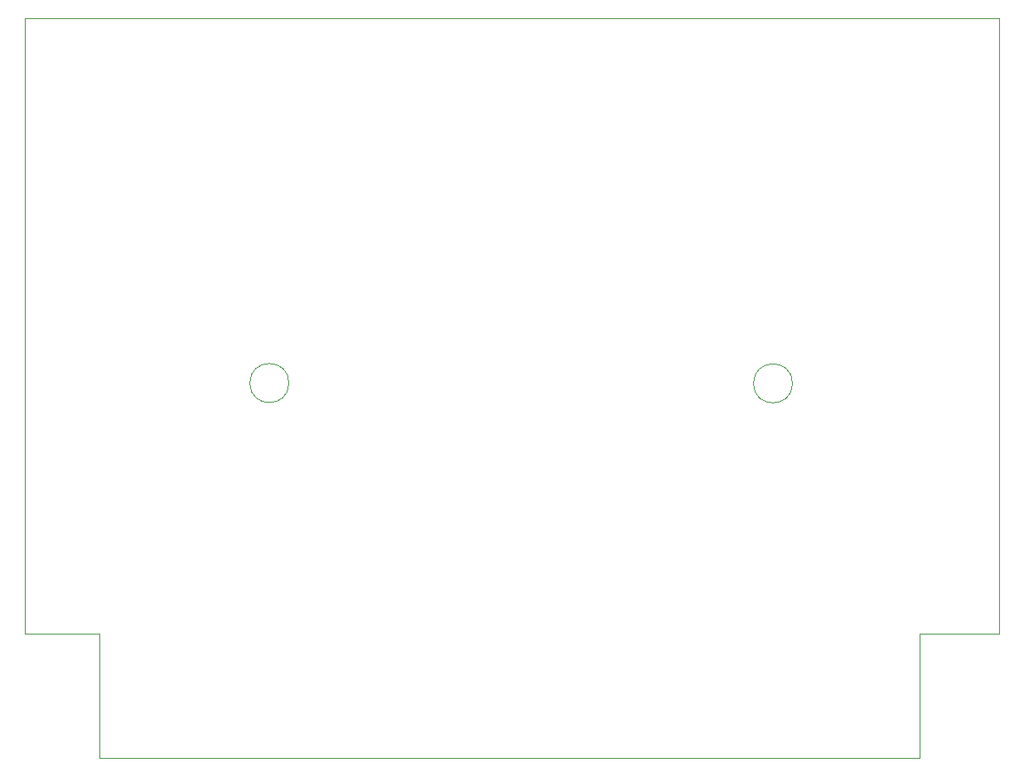
<source format=gm1>
G04 #@! TF.GenerationSoftware,KiCad,Pcbnew,(5.1.12-1-10_14)*
G04 #@! TF.CreationDate,2023-11-15T20:51:55-07:00*
G04 #@! TF.ProjectId,GenMemBlock,47656e4d-656d-4426-9c6f-636b2e6b6963,rev?*
G04 #@! TF.SameCoordinates,Original*
G04 #@! TF.FileFunction,Profile,NP*
%FSLAX46Y46*%
G04 Gerber Fmt 4.6, Leading zero omitted, Abs format (unit mm)*
G04 Created by KiCad (PCBNEW (5.1.12-1-10_14)) date 2023-11-15 20:51:55*
%MOMM*%
%LPD*%
G01*
G04 APERTURE LIST*
G04 #@! TA.AperFunction,Profile*
%ADD10C,0.038100*%
G04 #@! TD*
G04 #@! TA.AperFunction,Profile*
%ADD11C,0.100000*%
G04 #@! TD*
G04 APERTURE END LIST*
D10*
X108934000Y-96298000D02*
G75*
G03*
X108934000Y-96298000I-2000000J0D01*
G01*
X57467000Y-96266000D02*
G75*
G03*
X57467000Y-96266000I-2000000J0D01*
G01*
X30480000Y-121920000D02*
X38100000Y-121920000D01*
X121920000Y-121920000D02*
X130048000Y-121920000D01*
X121920000Y-134620000D02*
X121920000Y-121920000D01*
X38100000Y-134620000D02*
X121920000Y-134620000D01*
X38100000Y-121920000D02*
X38100000Y-134620000D01*
D11*
X30480000Y-59000000D02*
X130048000Y-59000000D01*
X130048000Y-59000000D02*
X130048000Y-121920000D01*
X30480000Y-121920000D02*
X30480000Y-59000000D01*
M02*

</source>
